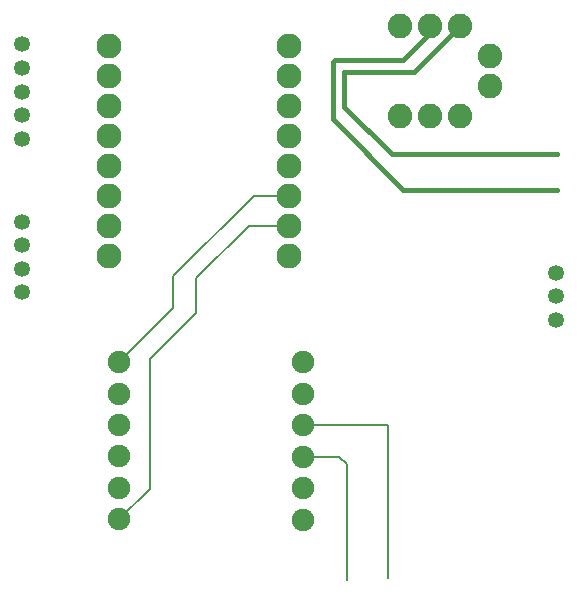
<source format=gbr>
%TF.GenerationSoftware,KiCad,Pcbnew,9.0.2*%
%TF.CreationDate,2025-05-23T14:51:07+09:00*%
%TF.ProjectId,__,78912e6b-6963-4616-945f-706362585858,rev?*%
%TF.SameCoordinates,Original*%
%TF.FileFunction,Soldermask,Bot*%
%TF.FilePolarity,Negative*%
%FSLAX46Y46*%
G04 Gerber Fmt 4.6, Leading zero omitted, Abs format (unit mm)*
G04 Created by KiCad (PCBNEW 9.0.2) date 2025-05-23 14:51:07*
%MOMM*%
%LPD*%
G01*
G04 APERTURE LIST*
%ADD10C,1.350000*%
%ADD11C,1.905000*%
%ADD12C,2.109000*%
%ADD13C,2.082800*%
%ADD14C,0.200000*%
%ADD15C,0.400000*%
G04 APERTURE END LIST*
D10*
%TO.C,Sensors*%
X52300000Y-28480000D03*
X52300000Y-26480000D03*
X52300000Y-30480000D03*
%TD*%
D11*
%TO.C,DRV8833 Driver*%
X15300000Y-34065000D03*
X30870000Y-39412500D03*
X30870000Y-47395000D03*
X30870000Y-44725000D03*
X30870000Y-36735000D03*
X30870000Y-34065000D03*
X15300000Y-36735000D03*
X15300000Y-39380000D03*
X15300000Y-42040000D03*
X15300000Y-44710000D03*
X15300000Y-47380000D03*
X30870000Y-42077500D03*
%TD*%
D10*
%TO.C,Button*%
X7080000Y-7160000D03*
X7080000Y-9160000D03*
X7080000Y-11160000D03*
X7080000Y-13160000D03*
X7080000Y-15160000D03*
%TD*%
D12*
%TO.C,ESP32-C3
SuperMini*%
X29700000Y-25040000D03*
X29700000Y-22500000D03*
X29700000Y-19960000D03*
X29700000Y-17420000D03*
X29700000Y-12340000D03*
X29700000Y-14880000D03*
X14460000Y-7260000D03*
X29700000Y-7260000D03*
X14460000Y-9800000D03*
X14460000Y-12340000D03*
X14460000Y-14880000D03*
X14460000Y-17420000D03*
X14460000Y-19960000D03*
X14460000Y-22500000D03*
X14460000Y-25040000D03*
X29700000Y-9800000D03*
%TD*%
D10*
%TO.C,Display / I2C Bus*%
X7080000Y-22160000D03*
X7080000Y-24160000D03*
X7080000Y-26160000D03*
X7080000Y-28160000D03*
%TD*%
D13*
%TO.C,JP2*%
X44190086Y-13225260D03*
X41650086Y-13225260D03*
X39110086Y-13225260D03*
%TD*%
%TO.C,JP4*%
X44190086Y-5605260D03*
X41650086Y-5605260D03*
X39110086Y-5605260D03*
%TD*%
%TO.C,JP5*%
X46730086Y-10685260D03*
X46730086Y-8145260D03*
%TD*%
D14*
X30902500Y-39380000D02*
X38100000Y-39380000D01*
X15300000Y-34065000D02*
X19900000Y-29465000D01*
X19900000Y-29465000D02*
X19900000Y-26780000D01*
X17900000Y-33780000D02*
X21800000Y-29880000D01*
X21800000Y-26980000D02*
X26280000Y-22500000D01*
X38100000Y-39380000D02*
X38100000Y-52380000D01*
X26280000Y-22500000D02*
X29700000Y-22500000D01*
X34600000Y-42725000D02*
X34600000Y-52480000D01*
X26720000Y-19960000D02*
X29700000Y-19960000D01*
X17900000Y-44780000D02*
X17900000Y-33780000D01*
X30870000Y-42077500D02*
X33952500Y-42077500D01*
X21800000Y-29880000D02*
X21800000Y-26980000D01*
X19900000Y-26780000D02*
X26720000Y-19960000D01*
X33952500Y-42077500D02*
X34600000Y-42725000D01*
X15300000Y-47380000D02*
X17900000Y-44780000D01*
D15*
X34400000Y-9480000D02*
X34400000Y-12480000D01*
X40315346Y-9480000D02*
X34400000Y-9480000D01*
X34400000Y-12480000D02*
X38400000Y-16480000D01*
X38400000Y-16480000D02*
X52400000Y-16480000D01*
X44190086Y-5605260D02*
X40315346Y-9480000D01*
X52400000Y-19480000D02*
X39400000Y-19480000D01*
X33600000Y-8480000D02*
X39400000Y-8480000D01*
X33400000Y-13480000D02*
X33400000Y-8680000D01*
X39400000Y-19480000D02*
X33400000Y-13480000D01*
X39400000Y-8480000D02*
X41650086Y-6229914D01*
X33400000Y-8680000D02*
X33600000Y-8480000D01*
M02*

</source>
